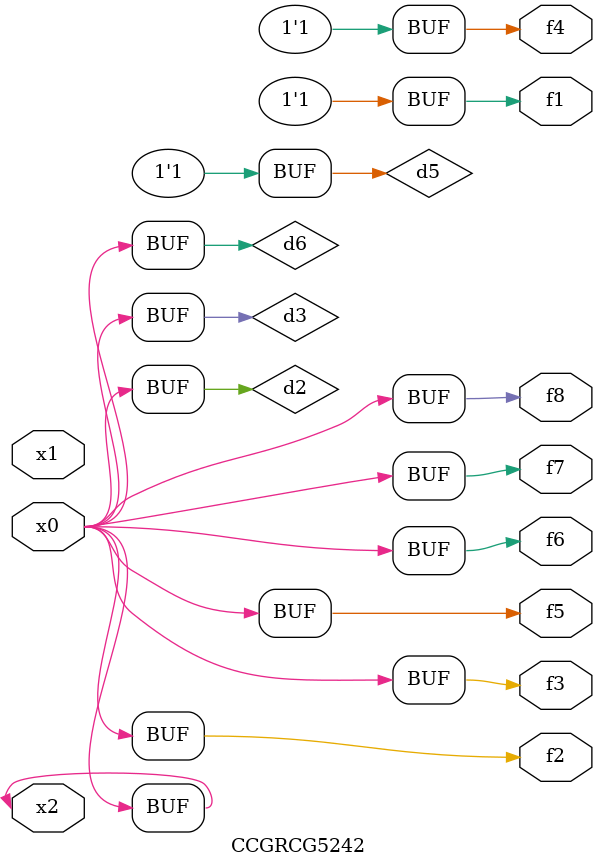
<source format=v>
module CCGRCG5242(
	input x0, x1, x2,
	output f1, f2, f3, f4, f5, f6, f7, f8
);

	wire d1, d2, d3, d4, d5, d6;

	xnor (d1, x2);
	buf (d2, x0, x2);
	and (d3, x0);
	xnor (d4, x1, x2);
	nand (d5, d1, d3);
	buf (d6, d2, d3);
	assign f1 = d5;
	assign f2 = d6;
	assign f3 = d6;
	assign f4 = d5;
	assign f5 = d6;
	assign f6 = d6;
	assign f7 = d6;
	assign f8 = d6;
endmodule

</source>
